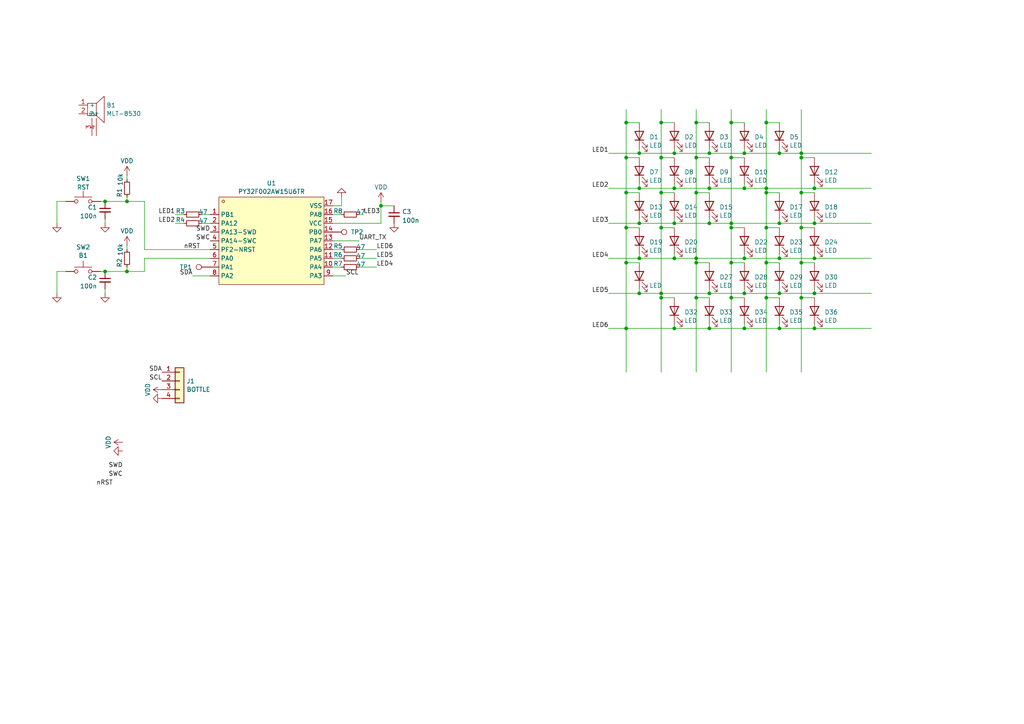
<source format=kicad_sch>
(kicad_sch (version 20231120) (generator "eeschema") (generator_version "8.0")
  (paper "A4")
  (lib_symbols
    (symbol "Connector:TestPoint" (pin_numbers hide) (pin_names (offset 0.762) hide)
      (property "Reference" "TP" (at 0 6.858 0))
      (property "Value" "TestPoint" (at 0 5.08 0))
      (symbol "TestPoint_0_1"
        (circle (center 0 3.302) (radius 0.762))
      )
      (symbol "TestPoint_1_1"
        (pin passive line (at 0 0 90) (length 2.54) (name "1") (number "1"))
      )
    )
    (symbol "Connector_Generic:Conn_01x04" (pin_names (offset 1.016) hide)
      (property "Reference" "J" (at 0 5.08 0))
      (property "Value" "Conn_01x04" (at 0 -7.62 0))
      (symbol "Conn_01x04_1_1"
        (rectangle (start -1.27 -4.953) (end 0 -5.207) (stroke (width 0.1524)))
        (rectangle (start -1.27 -2.413) (end 0 -2.667) (stroke (width 0.1524)))
        (rectangle (start -1.27 0.127) (end 0 -0.127) (stroke (width 0.1524)))
        (rectangle (start -1.27 2.667) (end 0 2.413) (stroke (width 0.1524)))
        (rectangle (start -1.27 3.81) (end 1.27 -6.35) (stroke (width 0.254)) (fill (type background)))
        (pin passive line (at -5.08 2.54 0) (length 3.81) (name "Pin_1") (number "1"))
        (pin passive line (at -5.08 0 0) (length 3.81) (name "Pin_2") (number "2"))
        (pin passive line (at -5.08 -2.54 0) (length 3.81) (name "Pin_3") (number "3"))
        (pin passive line (at -5.08 -5.08 0) (length 3.81) (name "Pin_4") (number "4"))
      )
    )
    (symbol "Device:C_Small" (pin_numbers hide) (pin_names (offset 0.254) hide)
      (property "Reference" "C" (at 0.254 1.778 0))
      (property "Value" "C_Small" (at 0.254 -2.032 0))
      (symbol "C_Small_0_1"
        (polyline (pts (xy -1.524 -0.508) (xy 1.524 -0.508)) (stroke (width 0.3302)))
        (polyline (pts (xy -1.524 0.508) (xy 1.524 0.508)) (stroke (width 0.3048)))
      )
      (symbol "C_Small_1_1"
        (pin passive line (at 0 2.54 270) (length 2.032) (name "~") (number "1"))
        (pin passive line (at 0 -2.54 90) (length 2.032) (name "~") (number "2"))
      )
    )
    (symbol "Device:LED" (pin_numbers hide) (pin_names (offset 1.016) hide)
      (property "Reference" "D" (at 0 2.54 0))
      (property "Value" "LED" (at 0 -2.54 0))
      (symbol "LED_0_1"
        (polyline (pts (xy -1.27 -1.27) (xy -1.27 1.27)) (stroke (width 0.254)))
        (polyline (pts (xy -1.27 0) (xy 1.27 0)))
        (polyline (pts (xy 1.27 -1.27) (xy 1.27 1.27) (xy -1.27 0) (xy 1.27 -1.27)) (stroke (width 0.254)))
        (polyline (pts (xy -3.048 -0.762) (xy -4.572 -2.286) (xy -3.81 -2.286) (xy -4.572 -2.286) (xy -4.572 -1.524)))
        (polyline (pts (xy -1.778 -0.762) (xy -3.302 -2.286) (xy -2.54 -2.286) (xy -3.302 -2.286) (xy -3.302 -1.524)))
      )
      (symbol "LED_1_1"
        (pin passive line (at -3.81 0 0) (length 2.54) (name "K") (number "1"))
        (pin passive line (at 3.81 0 180) (length 2.54) (name "A") (number "2"))
      )
    )
    (symbol "Device:R_Small" (pin_numbers hide) (pin_names (offset 0.254) hide)
      (property "Reference" "R" (at 0.762 0.508 0))
      (property "Value" "R_Small" (at 0.762 -1.016 0))
      (symbol "R_Small_0_1"
        (rectangle (start -0.762 1.778) (end 0.762 -1.778) (stroke (width 0.2032)))
      )
      (symbol "R_Small_1_1"
        (pin passive line (at 0 2.54 270) (length 0.762) (name "~") (number "1"))
        (pin passive line (at 0 -2.54 90) (length 0.762) (name "~") (number "2"))
      )
    )
    (symbol "Switch:SW_Push" (pin_numbers hide) (pin_names (offset 1.016) hide)
      (property "Reference" "SW" (at 1.27 2.54 0))
      (property "Value" "SW_Push" (at 0 -1.524 0))
      (symbol "SW_Push_0_1"
        (circle (center -2.032 0) (radius 0.508))
        (polyline (pts (xy 0 1.27) (xy 0 3.048)))
        (polyline (pts (xy 2.54 1.27) (xy -2.54 1.27)))
        (circle (center 2.032 0) (radius 0.508))
        (pin passive line (at -5.08 0 0) (length 2.54) (name "1") (number "1"))
        (pin passive line (at 5.08 0 180) (length 2.54) (name "2") (number "2"))
      )
    )
    (symbol "easyeda2kicad:MLT-8530"
      (property "Reference" "BUZZER" (at 0 6.35 0))
      (property "Value" "MLT-8530" (at 0 -12.7 0))
      (symbol "MLT-8530_0_1"
        (polyline (pts (xy -1.27 -1.78) (xy 1.27 -1.78)))
        (polyline (pts (xy -1.27 1.78) (xy -1.27 -1.78)))
        (polyline (pts (xy -1.27 1.78) (xy 1.27 1.78)))
        (polyline (pts (xy 1.27 -1.78) (xy 3.56 -3.81)))
        (polyline (pts (xy 1.27 1.78) (xy 1.27 -1.78)))
        (polyline (pts (xy 3.56 3.81) (xy 1.27 1.78)))
        (polyline (pts (xy 3.56 3.81) (xy 3.56 -3.81)))
        (pin unspecified line (at -3.81 1.27 0) (length 2.54) (name "+") (number "1"))
        (pin unspecified line (at -3.81 -1.27 0) (length 2.54) (name "2") (number "2"))
        (pin unspecified line (at 0 -7.62 90) (length 5.08) (name "3") (number "3"))
        (pin unspecified line (at 1.27 -7.62 90) (length 5.08) (name "4") (number "4"))
      )
    )
    (symbol "easyeda2kicad:PY32F002AW15U6TR"
      (property "Reference" "U" (at 0 15.24 0))
      (property "Value" "PY32F002AW15U6TR" (at 0 -15.24 0))
      (symbol "PY32F002AW15U6TR_0_1"
        (rectangle (start -15.24 12.7) (end 15.24 -12.7) (fill (type background)))
        (circle (center -13.97 11.43) (radius 0.38))
        (pin unspecified line (at -17.78 7.62 0) (length 2.54) (name "PB1") (number "1"))
        (pin unspecified line (at 17.78 -7.62 180) (length 2.54) (name "PA4") (number "10"))
        (pin unspecified line (at 17.78 -5.08 180) (length 2.54) (name "PA5") (number "11"))
        (pin unspecified line (at 17.78 -2.54 180) (length 2.54) (name "PA6") (number "12"))
        (pin unspecified line (at 17.78 0 180) (length 2.54) (name "PA7") (number "13"))
        (pin unspecified line (at 17.78 2.54 180) (length 2.54) (name "PB0") (number "14"))
        (pin unspecified line (at 17.78 5.08 180) (length 2.54) (name "VCC") (number "15"))
        (pin unspecified line (at 17.78 7.62 180) (length 2.54) (name "PA8") (number "16"))
        (pin unspecified line (at 17.78 10.16 180) (length 2.54) (name "VSS") (number "17"))
        (pin unspecified line (at -17.78 5.08 0) (length 2.54) (name "PA12") (number "2"))
        (pin unspecified line (at -17.78 2.54 0) (length 2.54) (name "PA13-SWD") (number "3"))
        (pin unspecified line (at -17.78 0 0) (length 2.54) (name "PA14-SWC") (number "4"))
        (pin unspecified line (at -17.78 -2.54 0) (length 2.54) (name "PF2-NRST") (number "5"))
        (pin unspecified line (at -17.78 -5.08 0) (length 2.54) (name "PA0") (number "6"))
        (pin unspecified line (at -17.78 -7.62 0) (length 2.54) (name "PA1") (number "7"))
        (pin unspecified line (at -17.78 -10.16 0) (length 2.54) (name "PA2") (number "8"))
        (pin unspecified line (at 17.78 -10.16 180) (length 2.54) (name "PA3") (number "9"))
      )
    )
    (symbol "power:GND" (power) (pin_names (offset 0))
      (property "Value" "GND" (at 0 -3.81 0))
      (symbol "GND_0_1"
        (polyline (pts (xy 0 0) (xy 0 -1.27) (xy 1.27 -1.27) (xy 0 -2.54) (xy -1.27 -1.27) (xy 0 -1.27)))
      )
      (symbol "GND_1_1"
        (pin power_in line (at 0 0 270) (length 0) hide (name "GND") (number "1"))
      )
    )
    (symbol "power:VDD" (power) (pin_numbers hide) (pin_names (offset 0) hide)
      (property "Value" "VDD" (at 0 3.556 0))
      (symbol "VDD_0_1"
        (polyline (pts (xy -0.762 1.27) (xy 0 2.54)))
        (polyline (pts (xy 0 0) (xy 0 2.54)))
        (polyline (pts (xy 0 2.54) (xy 0.762 1.27)))
      )
      (symbol "VDD_1_1"
        (pin power_in line (at 0 0 90) (length 0) (name "~") (number "1"))
      )
    )
  )
  (junction (at 191.77 45.72))
  (junction (at 205.74 54.61))
  (junction (at 232.41 76.2))
  (junction (at 36.83 78.74))
  (junction (at 232.41 45.72))
  (junction (at 215.9 95.25))
  (junction (at 226.06 44.45))
  (junction (at 236.22 74.93))
  (junction (at 212.09 86.36))
  (junction (at 226.06 64.77))
  (junction (at 222.25 86.36))
  (junction (at 201.93 86.36))
  (junction (at 181.61 95.25))
  (junction (at 226.06 95.25))
  (junction (at 205.74 95.25))
  (junction (at 191.77 85.09))
  (junction (at 110.49 59.69))
  (junction (at 222.25 55.88))
  (junction (at 212.09 66.04))
  (junction (at 222.25 54.61))
  (junction (at 195.58 64.77))
  (junction (at 236.22 64.77))
  (junction (at 232.41 44.45))
  (junction (at 30.48 58.42))
  (junction (at 222.25 76.2))
  (junction (at 181.61 66.04))
  (junction (at 30.48 78.74))
  (junction (at 212.09 64.77))
  (junction (at 226.06 74.93))
  (junction (at 185.42 64.77))
  (junction (at 201.93 35.56))
  (junction (at 181.61 45.72))
  (junction (at 215.9 74.93))
  (junction (at 185.42 74.93))
  (junction (at 201.93 74.93))
  (junction (at 191.77 55.88))
  (junction (at 191.77 66.04))
  (junction (at 222.25 35.56))
  (junction (at 215.9 54.61))
  (junction (at 201.93 76.2))
  (junction (at 191.77 86.36))
  (junction (at 232.41 86.36))
  (junction (at 181.61 76.2))
  (junction (at 195.58 44.45))
  (junction (at 222.25 66.04))
  (junction (at 191.77 35.56))
  (junction (at 205.74 64.77))
  (junction (at 201.93 45.72))
  (junction (at 201.93 55.88))
  (junction (at 226.06 85.09))
  (junction (at 236.22 54.61))
  (junction (at 195.58 74.93))
  (junction (at 205.74 44.45))
  (junction (at 181.61 35.56))
  (junction (at 185.42 44.45))
  (junction (at 212.09 76.2))
  (junction (at 181.61 55.88))
  (junction (at 185.42 54.61))
  (junction (at 232.41 55.88))
  (junction (at 236.22 85.09))
  (junction (at 232.41 66.04))
  (junction (at 195.58 54.61))
  (junction (at 195.58 95.25))
  (junction (at 215.9 85.09))
  (junction (at 212.09 35.56))
  (junction (at 205.74 85.09))
  (junction (at 185.42 85.09))
  (junction (at 215.9 44.45))
  (junction (at 212.09 45.72))
  (junction (at 236.22 95.25))
  (junction (at 36.83 58.42))
  (wire (pts (xy 222.25 66.04) (xy 222.25 55.88)))
  (wire (pts (xy 60.96 74.93) (xy 41.91 74.93)))
  (wire (pts (xy 36.83 71.12) (xy 36.83 72.39)))
  (wire (pts (xy 195.58 93.98) (xy 195.58 95.25)))
  (wire (pts (xy 181.61 55.88) (xy 181.61 66.04)))
  (wire (pts (xy 212.09 64.77) (xy 226.06 64.77)))
  (wire (pts (xy 191.77 86.36) (xy 195.58 86.36)))
  (wire (pts (xy 176.53 44.45) (xy 185.42 44.45)))
  (wire (pts (xy 205.74 83.82) (xy 205.74 85.09)))
  (wire (pts (xy 29.21 78.74) (xy 30.48 78.74)))
  (wire (pts (xy 181.61 76.2) (xy 185.42 76.2)))
  (wire (pts (xy 191.77 55.88) (xy 195.58 55.88)))
  (wire (pts (xy 195.58 64.77) (xy 205.74 64.77)))
  (wire (pts (xy 55.88 80.01) (xy 60.96 80.01)))
  (wire (pts (xy 191.77 66.04) (xy 191.77 85.09)))
  (wire (pts (xy 212.09 45.72) (xy 212.09 64.77)))
  (wire (pts (xy 232.41 55.88) (xy 232.41 45.72)))
  (wire (pts (xy 195.58 43.18) (xy 195.58 44.45)))
  (wire (pts (xy 105.41 62.23) (xy 104.14 62.23)))
  (wire (pts (xy 16.51 78.74) (xy 19.05 78.74)))
  (wire (pts (xy 185.42 44.45) (xy 195.58 44.45)))
  (wire (pts (xy 215.9 95.25) (xy 226.06 95.25)))
  (wire (pts (xy 205.74 44.45) (xy 215.9 44.45)))
  (wire (pts (xy 99.06 74.93) (xy 96.52 74.93)))
  (wire (pts (xy 185.42 73.66) (xy 185.42 74.93)))
  (wire (pts (xy 181.61 35.56) (xy 181.61 31.75)))
  (wire (pts (xy 236.22 53.34) (xy 236.22 54.61)))
  (wire (pts (xy 236.22 64.77) (xy 252.73 64.77)))
  (wire (pts (xy 58.42 62.23) (xy 60.96 62.23)))
  (wire (pts (xy 30.48 85.09) (xy 30.48 83.82)))
  (wire (pts (xy 191.77 45.72) (xy 195.58 45.72)))
  (wire (pts (xy 181.61 66.04) (xy 185.42 66.04)))
  (wire (pts (xy 226.06 64.77) (xy 236.22 64.77)))
  (wire (pts (xy 181.61 45.72) (xy 185.42 45.72)))
  (wire (pts (xy 226.06 74.93) (xy 236.22 74.93)))
  (wire (pts (xy 201.93 35.56) (xy 201.93 31.75)))
  (wire (pts (xy 191.77 66.04) (xy 195.58 66.04)))
  (wire (pts (xy 222.25 35.56) (xy 226.06 35.56)))
  (wire (pts (xy 226.06 44.45) (xy 232.41 44.45)))
  (wire (pts (xy 201.93 55.88) (xy 201.93 45.72)))
  (wire (pts (xy 205.74 63.5) (xy 205.74 64.77)))
  (wire (pts (xy 176.53 74.93) (xy 185.42 74.93)))
  (wire (pts (xy 232.41 86.36) (xy 236.22 86.36)))
  (wire (pts (xy 212.09 76.2) (xy 215.9 76.2)))
  (wire (pts (xy 222.25 35.56) (xy 222.25 54.61)))
  (wire (pts (xy 222.25 55.88) (xy 222.25 54.61)))
  (wire (pts (xy 201.93 55.88) (xy 205.74 55.88)))
  (wire (pts (xy 185.42 63.5) (xy 185.42 64.77)))
  (wire (pts (xy 232.41 45.72) (xy 232.41 44.45)))
  (wire (pts (xy 232.41 76.2) (xy 236.22 76.2)))
  (wire (pts (xy 222.25 35.56) (xy 222.25 31.75)))
  (wire (pts (xy 236.22 83.82) (xy 236.22 85.09)))
  (wire (pts (xy 212.09 66.04) (xy 215.9 66.04)))
  (wire (pts (xy 195.58 73.66) (xy 195.58 74.93)))
  (wire (pts (xy 191.77 55.88) (xy 191.77 45.72)))
  (wire (pts (xy 16.51 58.42) (xy 19.05 58.42)))
  (wire (pts (xy 176.53 54.61) (xy 185.42 54.61)))
  (wire (pts (xy 36.83 57.15) (xy 36.83 58.42)))
  (wire (pts (xy 181.61 95.25) (xy 181.61 107.95)))
  (wire (pts (xy 29.21 58.42) (xy 30.48 58.42)))
  (wire (pts (xy 226.06 43.18) (xy 226.06 44.45)))
  (wire (pts (xy 232.41 55.88) (xy 236.22 55.88)))
  (wire (pts (xy 195.58 54.61) (xy 205.74 54.61)))
  (wire (pts (xy 100.33 80.01) (xy 96.52 80.01)))
  (wire (pts (xy 222.25 107.95) (xy 222.25 86.36)))
  (wire (pts (xy 185.42 54.61) (xy 195.58 54.61)))
  (wire (pts (xy 215.9 74.93) (xy 226.06 74.93)))
  (wire (pts (xy 205.74 85.09) (xy 215.9 85.09)))
  (wire (pts (xy 50.8 64.77) (xy 53.34 64.77)))
  (wire (pts (xy 191.77 35.56) (xy 191.77 31.75)))
  (wire (pts (xy 222.25 86.36) (xy 226.06 86.36)))
  (wire (pts (xy 232.41 66.04) (xy 232.41 55.88)))
  (wire (pts (xy 41.91 74.93) (xy 41.91 78.74)))
  (wire (pts (xy 201.93 76.2) (xy 201.93 74.93)))
  (wire (pts (xy 191.77 45.72) (xy 191.77 35.56)))
  (wire (pts (xy 212.09 45.72) (xy 215.9 45.72)))
  (wire (pts (xy 236.22 85.09) (xy 252.73 85.09)))
  (wire (pts (xy 232.41 76.2) (xy 232.41 66.04)))
  (wire (pts (xy 226.06 63.5) (xy 226.06 64.77)))
  (wire (pts (xy 110.49 59.69) (xy 114.3 59.69)))
  (wire (pts (xy 212.09 35.56) (xy 212.09 31.75)))
  (wire (pts (xy 226.06 85.09) (xy 236.22 85.09)))
  (wire (pts (xy 181.61 35.56) (xy 185.42 35.56)))
  (wire (pts (xy 201.93 86.36) (xy 205.74 86.36)))
  (wire (pts (xy 191.77 107.95) (xy 191.77 86.36)))
  (wire (pts (xy 36.83 50.8) (xy 36.83 52.07)))
  (wire (pts (xy 215.9 83.82) (xy 215.9 85.09)))
  (wire (pts (xy 96.52 69.85) (xy 104.14 69.85)))
  (wire (pts (xy 50.8 62.23) (xy 53.34 62.23)))
  (wire (pts (xy 36.83 77.47) (xy 36.83 78.74)))
  (wire (pts (xy 201.93 45.72) (xy 205.74 45.72)))
  (wire (pts (xy 176.53 64.77) (xy 185.42 64.77)))
  (wire (pts (xy 201.93 86.36) (xy 201.93 76.2)))
  (wire (pts (xy 222.25 55.88) (xy 226.06 55.88)))
  (wire (pts (xy 215.9 85.09) (xy 226.06 85.09)))
  (wire (pts (xy 99.06 57.15) (xy 99.06 59.69)))
  (wire (pts (xy 41.91 78.74) (xy 36.83 78.74)))
  (wire (pts (xy 215.9 44.45) (xy 226.06 44.45)))
  (wire (pts (xy 215.9 73.66) (xy 215.9 74.93)))
  (wire (pts (xy 201.93 74.93) (xy 215.9 74.93)))
  (wire (pts (xy 212.09 45.72) (xy 212.09 35.56)))
  (wire (pts (xy 191.77 86.36) (xy 191.77 85.09)))
  (wire (pts (xy 212.09 76.2) (xy 212.09 66.04)))
  (wire (pts (xy 212.09 66.04) (xy 212.09 64.77)))
  (wire (pts (xy 212.09 107.95) (xy 212.09 86.36)))
  (wire (pts (xy 236.22 73.66) (xy 236.22 74.93)))
  (wire (pts (xy 205.74 93.98) (xy 205.74 95.25)))
  (wire (pts (xy 181.61 66.04) (xy 181.61 76.2)))
  (wire (pts (xy 222.25 66.04) (xy 226.06 66.04)))
  (wire (pts (xy 16.51 85.09) (xy 16.51 78.74)))
  (wire (pts (xy 205.74 54.61) (xy 215.9 54.61)))
  (wire (pts (xy 191.77 66.04) (xy 191.77 55.88)))
  (wire (pts (xy 226.06 95.25) (xy 236.22 95.25)))
  (wire (pts (xy 195.58 44.45) (xy 205.74 44.45)))
  (wire (pts (xy 232.41 31.75) (xy 232.41 44.45)))
  (wire (pts (xy 185.42 64.77) (xy 195.58 64.77)))
  (wire (pts (xy 99.06 72.39) (xy 96.52 72.39)))
  (wire (pts (xy 191.77 35.56) (xy 195.58 35.56)))
  (wire (pts (xy 16.51 64.77) (xy 16.51 58.42)))
  (wire (pts (xy 215.9 54.61) (xy 222.25 54.61)))
  (wire (pts (xy 226.06 93.98) (xy 226.06 95.25)))
  (wire (pts (xy 201.93 45.72) (xy 201.93 35.56)))
  (wire (pts (xy 232.41 86.36) (xy 232.41 76.2)))
  (wire (pts (xy 109.22 77.47) (xy 104.14 77.47)))
  (wire (pts (xy 222.25 86.36) (xy 222.25 76.2)))
  (wire (pts (xy 99.06 59.69) (xy 96.52 59.69)))
  (wire (pts (xy 215.9 53.34) (xy 215.9 54.61)))
  (wire (pts (xy 195.58 53.34) (xy 195.58 54.61)))
  (wire (pts (xy 232.41 45.72) (xy 236.22 45.72)))
  (wire (pts (xy 205.74 43.18) (xy 205.74 44.45)))
  (wire (pts (xy 99.06 62.23) (xy 96.52 62.23)))
  (wire (pts (xy 226.06 73.66) (xy 226.06 74.93)))
  (wire (pts (xy 232.41 44.45) (xy 252.73 44.45)))
  (wire (pts (xy 30.48 64.77) (xy 30.48 63.5)))
  (wire (pts (xy 110.49 64.77) (xy 110.49 59.69)))
  (wire (pts (xy 96.52 64.77) (xy 110.49 64.77)))
  (wire (pts (xy 232.41 107.95) (xy 232.41 86.36)))
  (wire (pts (xy 41.91 72.39) (xy 41.91 58.42)))
  (wire (pts (xy 185.42 53.34) (xy 185.42 54.61)))
  (wire (pts (xy 185.42 85.09) (xy 191.77 85.09)))
  (wire (pts (xy 201.93 107.95) (xy 201.93 86.36)))
  (wire (pts (xy 205.74 95.25) (xy 215.9 95.25)))
  (wire (pts (xy 236.22 54.61) (xy 252.73 54.61)))
  (wire (pts (xy 205.74 53.34) (xy 205.74 54.61)))
  (wire (pts (xy 236.22 74.93) (xy 252.73 74.93)))
  (wire (pts (xy 201.93 55.88) (xy 201.93 74.93)))
  (wire (pts (xy 195.58 95.25) (xy 205.74 95.25)))
  (wire (pts (xy 41.91 58.42) (xy 36.83 58.42)))
  (wire (pts (xy 205.74 64.77) (xy 212.09 64.77)))
  (wire (pts (xy 109.22 72.39) (xy 104.14 72.39)))
  (wire (pts (xy 30.48 58.42) (xy 36.83 58.42)))
  (wire (pts (xy 212.09 86.36) (xy 212.09 76.2)))
  (wire (pts (xy 99.06 77.47) (xy 96.52 77.47)))
  (wire (pts (xy 181.61 35.56) (xy 181.61 45.72)))
  (wire (pts (xy 201.93 76.2) (xy 205.74 76.2)))
  (wire (pts (xy 222.25 76.2) (xy 222.25 66.04)))
  (wire (pts (xy 195.58 63.5) (xy 195.58 64.77)))
  (wire (pts (xy 30.48 78.74) (xy 36.83 78.74)))
  (wire (pts (xy 212.09 35.56) (xy 215.9 35.56)))
  (wire (pts (xy 176.53 85.09) (xy 185.42 85.09)))
  (wire (pts (xy 222.25 54.61) (xy 236.22 54.61)))
  (wire (pts (xy 226.06 83.82) (xy 226.06 85.09)))
  (wire (pts (xy 185.42 43.18) (xy 185.42 44.45)))
  (wire (pts (xy 236.22 93.98) (xy 236.22 95.25)))
  (wire (pts (xy 181.61 55.88) (xy 185.42 55.88)))
  (wire (pts (xy 181.61 95.25) (xy 195.58 95.25)))
  (wire (pts (xy 181.61 45.72) (xy 181.61 55.88)))
  (wire (pts (xy 109.22 74.93) (xy 104.14 74.93)))
  (wire (pts (xy 201.93 35.56) (xy 205.74 35.56)))
  (wire (pts (xy 181.61 76.2) (xy 181.61 95.25)))
  (wire (pts (xy 176.53 95.25) (xy 181.61 95.25)))
  (wire (pts (xy 212.09 86.36) (xy 215.9 86.36)))
  (wire (pts (xy 215.9 43.18) (xy 215.9 44.45)))
  (wire (pts (xy 191.77 85.09) (xy 205.74 85.09)))
  (wire (pts (xy 222.25 76.2) (xy 226.06 76.2)))
  (wire (pts (xy 232.41 66.04) (xy 236.22 66.04)))
  (wire (pts (xy 58.42 64.77) (xy 60.96 64.77)))
  (wire (pts (xy 236.22 95.25) (xy 252.73 95.25)))
  (wire (pts (xy 195.58 74.93) (xy 201.93 74.93)))
  (wire (pts (xy 60.96 72.39) (xy 41.91 72.39)))
  (wire (pts (xy 185.42 74.93) (xy 195.58 74.93)))
  (wire (pts (xy 185.42 83.82) (xy 185.42 85.09)))
  (wire (pts (xy 236.22 63.5) (xy 236.22 64.77)))
  (wire (pts (xy 215.9 93.98) (xy 215.9 95.25)))
  (wire (pts (xy 110.49 59.69) (xy 110.49 58.42)))
  (label "SDA" (at 46.99 107.95 180))
  (label "UART_TX" (at 104.14 69.85 0))
  (label "LED4" (at 109.22 77.47 0))
  (label "SWD" (at 60.96 67.31 180))
  (label "LED4" (at 176.53 74.93 180))
  (label "SCL" (at 100.33 80.01 0))
  (label "nRST" (at 27.94 140.97 0))
  (label "nRST" (at 53.2958 72.39 0))
  (label "LED6" (at 109.22 72.39 0))
  (label "LED2" (at 50.8 64.77 180))
  (label "LED1" (at 50.8 62.23 180))
  (label "LED2" (at 176.53 54.61 180))
  (label "SWC" (at 35.6042 138.43 180))
  (label "SWC" (at 60.96 69.85 180))
  (label "SWD" (at 35.6042 135.89 180))
  (label "LED5" (at 109.22 74.93 0))
  (label "LED6" (at 176.53 95.25 180))
  (label "LED3" (at 105.41 62.23 0))
  (label "LED1" (at 176.53 44.45 180))
  (label "SCL" (at 46.99 110.49 180))
  (label "LED5" (at 176.53 85.09 180))
  (label "LED3" (at 176.53 64.77 180))
  (label "SDA" (at 55.88 80.01 180))
  (symbol (lib_id "Device:LED") (at 226.06 69.85 90) (unit 1)
    (property "Reference" "D23" (at 228.981 70.2253 90) (effects (justify right)))
    (property "Value" "LED" (at 228.981 72.6496 90) (effects (justify right)))
    (property "Footprint" "LED_SMD:LED_0402_1005Metric" (effects (hide yes)))
    (property "Description" "Light emitting diode" (effects (hide yes)))
  )
  (symbol (lib_id "Device:LED") (at 226.06 90.17 90) (unit 1)
    (property "Reference" "D35" (at 228.981 90.5453 90) (effects (justify right)))
    (property "Value" "LED" (at 228.981 92.9696 90) (effects (justify right)))
    (property "Footprint" "LED_SMD:LED_0402_1005Metric" (effects (hide yes)))
    (property "Description" "Light emitting diode" (effects (hide yes)))
  )
  (symbol (lib_id "Device:LED") (at 205.74 59.69 90) (unit 1)
    (property "Reference" "D15" (at 208.661 60.0653 90) (effects (justify right)))
    (property "Value" "LED" (at 208.661 62.4896 90) (effects (justify right)))
    (property "Footprint" "LED_SMD:LED_0402_1005Metric" (effects (hide yes)))
    (property "Description" "Light emitting diode" (effects (hide yes)))
  )
  (symbol (lib_id "Device:LED") (at 195.58 39.37 90) (unit 1)
    (property "Reference" "D2" (at 198.501 39.7453 90) (effects (justify right)))
    (property "Value" "LED" (at 198.501 42.1696 90) (effects (justify right)))
    (property "Footprint" "LED_SMD:LED_0402_1005Metric" (effects (hide yes)))
    (property "Description" "Light emitting diode" (effects (hide yes)))
  )
  (symbol (lib_id "power:VDD") (at 46.99 113.03 90) (unit 1)
    (property "Reference" "#PWR04" (effects (hide yes)))
    (property "Value" "VDD" (at 42.8569 113.03 0))
    (property "Description" "Power symbol creates a global label with name \"VDD\"" (effects (hide yes)))
  )
  (symbol (lib_id "Device:LED") (at 185.42 80.01 90) (unit 1)
    (property "Reference" "D25" (effects (hide yes)))
    (property "Value" "LED" (at 188.341 82.8096 90) (effects (justify right)))
    (property "Footprint" "LED_SMD:LED_0402_1005Metric" (effects (hide yes)))
    (property "Description" "Light emitting diode" (effects (hide yes)))
  )
  (symbol (lib_id "Device:LED") (at 236.22 59.69 90) (unit 1)
    (property "Reference" "D18" (at 239.141 60.0653 90) (effects (justify right)))
    (property "Value" "LED" (at 239.141 62.4896 90) (effects (justify right)))
    (property "Footprint" "LED_SMD:LED_0402_1005Metric" (effects (hide yes)))
    (property "Description" "Light emitting diode" (effects (hide yes)))
  )
  (symbol (lib_id "Device:LED") (at 195.58 90.17 90) (unit 1)
    (property "Reference" "D32" (at 198.501 90.5453 90) (effects (justify right)))
    (property "Value" "LED" (at 198.501 92.9696 90) (effects (justify right)))
    (property "Footprint" "LED_SMD:LED_0402_1005Metric" (effects (hide yes)))
    (property "Description" "Light emitting diode" (effects (hide yes)))
  )
  (symbol (lib_id "power:VDD") (at 36.83 50.8 0) (unit 1)
    (property "Reference" "#PWR08" (effects (hide yes)))
    (property "Value" "VDD" (at 36.83 46.6669 0))
    (property "Description" "Power symbol creates a global label with name \"VDD\"" (effects (hide yes)))
  )
  (symbol (lib_id "power:GND") (at 16.51 85.09 0) (unit 1)
    (property "Reference" "#PWR010" (effects (hide yes)))
    (property "Value" "GND" (effects (hide yes)))
  )
  (symbol (lib_id "Device:LED") (at 215.9 39.37 90) (unit 1)
    (property "Reference" "D4" (at 218.821 39.7453 90) (effects (justify right)))
    (property "Value" "LED" (at 218.821 42.1696 90) (effects (justify right)))
    (property "Footprint" "LED_SMD:LED_0402_1005Metric" (effects (hide yes)))
    (property "Description" "Light emitting diode" (effects (hide yes)))
  )
  (symbol (lib_id "Connector_Generic:Conn_01x04") (at 52.07 110.49 0) (unit 1)
    (property "Reference" "J1" (at 54.102 110.5479 0) (effects (justify left)))
    (property "Value" "BOTTLE" (at 54.102 112.9721 0) (effects (justify left)))
    (property "Footprint" "Connector_PinHeader_2.54mm:PinHeader_1x04_P2.54mm_Vertical" (effects (hide yes)))
  )
  (symbol (lib_id "power:GND") (at 99.06 57.15 0) (mirror x) (unit 1)
    (property "Reference" "#PWR01" (effects (hide yes)))
    (property "Value" "GND" (effects (hide yes)))
  )
  (symbol (lib_id "Device:R_Small") (at 36.83 74.93 180) (unit 1)
    (property "Reference" "R2" (at 34.6669 76.2 90))
    (property "Value" "10k" (at 34.902 72.39 90))
    (property "Footprint" "Resistor_SMD:R_0402_1005Metric" (effects (hide yes)))
    (property "LCSC" "C25744" (effects (hide yes)))
  )
  (symbol (lib_id "Device:LED") (at 226.06 59.69 90) (unit 1)
    (property "Reference" "D17" (at 228.981 60.0653 90) (effects (justify right)))
    (property "Value" "LED" (at 228.981 62.4896 90) (effects (justify right)))
    (property "Footprint" "LED_SMD:LED_0402_1005Metric" (effects (hide yes)))
    (property "Description" "Light emitting diode" (effects (hide yes)))
  )
  (symbol (lib_id "Device:LED") (at 195.58 69.85 90) (unit 1)
    (property "Reference" "D20" (at 198.501 70.2253 90) (effects (justify right)))
    (property "Value" "LED" (at 198.501 72.6496 90) (effects (justify right)))
    (property "Footprint" "LED_SMD:LED_0402_1005Metric" (effects (hide yes)))
    (property "Description" "Light emitting diode" (effects (hide yes)))
  )
  (symbol (lib_id "easyeda2kicad:PY32F002AW15U6TR") (at 78.74 69.85 0) (unit 1)
    (property "Reference" "U1" (at 78.74 53.1325 0))
    (property "Value" "PY32F002AW15U6TR" (at 78.74 55.5568 0))
    (property "Footprint" "easyeda2kicad:TQFN-16_L3.0-W3.0-P0.50-BL-EP1.7" (effects (hide yes)))
    (property "LCSC Part" "C5291740" (effects (hide yes)))
  )
  (symbol (lib_id "Device:LED") (at 215.9 80.01 90) (unit 1)
    (property "Reference" "D28" (at 218.821 80.3853 90) (effects (justify right)))
    (property "Value" "LED" (at 218.821 82.8096 90) (effects (justify right)))
    (property "Footprint" "LED_SMD:LED_0402_1005Metric" (effects (hide yes)))
    (property "Description" "Light emitting diode" (effects (hide yes)))
  )
  (symbol (lib_id "Device:LED") (at 236.22 69.85 90) (unit 1)
    (property "Reference" "D24" (at 239.141 70.2253 90) (effects (justify right)))
    (property "Value" "LED" (at 239.141 72.6496 90) (effects (justify right)))
    (property "Footprint" "LED_SMD:LED_0402_1005Metric" (effects (hide yes)))
    (property "Description" "Light emitting diode" (effects (hide yes)))
  )
  (symbol (lib_id "Device:C_Small") (at 114.3 62.23 0) (unit 1)
    (property "Reference" "C3" (at 116.6241 61.4016 0) (effects (justify left)))
    (property "Value" "100n" (at 116.6241 63.9385 0) (effects (justify left)))
    (property "Footprint" "Capacitor_SMD:C_0402_1005Metric" (effects (hide yes)))
    (property "LCSC" "C307331" (effects (hide yes)))
  )
  (symbol (lib_id "power:VDD") (at 35.56 128.27 90) (unit 1)
    (property "Reference" "#PWR012" (effects (hide yes)))
    (property "Value" "VDD" (at 31.4269 128.27 0))
    (property "Description" "Power symbol creates a global label with name \"VDD\"" (effects (hide yes)))
  )
  (symbol (lib_id "Device:LED") (at 185.42 69.85 90) (unit 1)
    (property "Reference" "D19" (at 188.341 70.2253 90) (effects (justify right)))
    (property "Value" "LED" (at 188.341 72.6496 90) (effects (justify right)))
    (property "Footprint" "LED_SMD:LED_0402_1005Metric" (effects (hide yes)))
    (property "Description" "Light emitting diode" (effects (hide yes)))
  )
  (symbol (lib_id "Device:R_Small") (at 36.83 54.61 180) (unit 1)
    (property "Reference" "R1" (at 34.6669 55.88 90))
    (property "Value" "10k" (at 34.902 52.07 90))
    (property "Footprint" "Resistor_SMD:R_0402_1005Metric" (effects (hide yes)))
    (property "LCSC" "C25744" (effects (hide yes)))
  )
  (symbol (lib_id "Device:R_Small") (at 55.88 64.77 90) (unit 1)
    (property "Reference" "R4" (at 52.324 63.754 90))
    (property "Value" "47" (at 58.928 64.008 90))
    (property "Footprint" "Resistor_SMD:R_0402_1005Metric" (effects (hide yes)))
    (property "LCSC" "C25744" (effects (hide yes)))
  )
  (symbol (lib_id "power:VDD") (at 36.83 71.12 0) (unit 1)
    (property "Reference" "#PWR06" (effects (hide yes)))
    (property "Value" "VDD" (at 36.83 66.9869 0))
    (property "Description" "Power symbol creates a global label with name \"VDD\"" (effects (hide yes)))
  )
  (symbol (lib_id "Device:R_Small") (at 101.6 62.23 90) (unit 1)
    (property "Reference" "R8" (at 98.044 61.214 90))
    (property "Value" "47" (at 104.648 61.468 90))
    (property "Footprint" "Resistor_SMD:R_0402_1005Metric" (effects (hide yes)))
    (property "LCSC" "C25744" (effects (hide yes)))
  )
  (symbol (lib_id "easyeda2kicad:MLT-8530") (at 26.67 31.75 0) (unit 1)
    (property "Reference" "B1" (at 30.865 30.5378 0) (effects (justify left)))
    (property "Value" "MLT-8530" (at 30.865 32.9621 0) (effects (justify left)))
    (property "Footprint" "easyeda2kicad:BUZ-SMD_4P-L8.5-W8.5-P8.50-BR" (effects (hide yes)))
    (property "Datasheet" "https://lcsc.com/product-detail/Buzzers_MLT-8530_C94599.html" (effects (hide yes)))
  )
  (symbol (lib_id "power:GND") (at 35.56 130.81 270) (mirror x) (unit 1)
    (property "Reference" "#PWR013" (effects (hide yes)))
    (property "Value" "GND" (effects (hide yes)))
  )
  (symbol (lib_id "Device:LED") (at 185.42 49.53 90) (unit 1)
    (property "Reference" "D7" (at 188.341 49.9053 90) (effects (justify right)))
    (property "Value" "LED" (at 188.341 52.3296 90) (effects (justify right)))
    (property "Footprint" "LED_SMD:LED_0402_1005Metric" (effects (hide yes)))
    (property "Description" "Light emitting diode" (effects (hide yes)))
  )
  (symbol (lib_id "Device:R_Small") (at 55.88 62.23 90) (unit 1)
    (property "Reference" "R3" (at 52.324 61.214 90))
    (property "Value" "47" (at 58.928 61.468 90))
    (property "Footprint" "Resistor_SMD:R_0402_1005Metric" (effects (hide yes)))
    (property "LCSC" "C25744" (effects (hide yes)))
  )
  (symbol (lib_id "Device:LED") (at 185.42 39.37 90) (unit 1)
    (property "Reference" "D1" (at 188.341 39.7453 90) (effects (justify right)))
    (property "Value" "LED" (at 188.341 42.1696 90) (effects (justify right)))
    (property "Footprint" "LED_SMD:LED_0402_1005Metric" (effects (hide yes)))
    (property "Description" "Light emitting diode" (effects (hide yes)))
  )
  (symbol (lib_id "Device:LED") (at 205.74 80.01 90) (unit 1)
    (property "Reference" "D27" (at 208.661 80.3853 90) (effects (justify right)))
    (property "Value" "LED" (at 208.661 82.8096 90) (effects (justify right)))
    (property "Footprint" "LED_SMD:LED_0402_1005Metric" (effects (hide yes)))
    (property "Description" "Light emitting diode" (effects (hide yes)))
  )
  (symbol (lib_id "Device:LED") (at 185.42 59.69 90) (unit 1)
    (property "Reference" "D13" (at 188.341 60.0653 90) (effects (justify right)))
    (property "Value" "LED" (at 188.341 62.4896 90) (effects (justify right)))
    (property "Footprint" "LED_SMD:LED_0402_1005Metric" (effects (hide yes)))
    (property "Description" "Light emitting diode" (effects (hide yes)))
  )
  (symbol (lib_id "Device:R_Small") (at 101.6 74.93 90) (unit 1)
    (property "Reference" "R6" (at 98.044 73.914 90))
    (property "Value" "47" (at 104.648 74.168 90))
    (property "Footprint" "Resistor_SMD:R_0402_1005Metric" (effects (hide yes)))
    (property "LCSC" "C25744" (effects (hide yes)))
  )
  (symbol (lib_id "Device:LED") (at 205.74 49.53 90) (unit 1)
    (property "Reference" "D9" (at 208.661 49.9053 90) (effects (justify right)))
    (property "Value" "LED" (at 208.661 52.3296 90) (effects (justify right)))
    (property "Footprint" "LED_SMD:LED_0402_1005Metric" (effects (hide yes)))
    (property "Description" "Light emitting diode" (effects (hide yes)))
  )
  (symbol (lib_id "Device:LED") (at 215.9 69.85 90) (unit 1)
    (property "Reference" "D22" (at 218.821 70.2253 90) (effects (justify right)))
    (property "Value" "LED" (at 218.821 72.6496 90) (effects (justify right)))
    (property "Footprint" "LED_SMD:LED_0402_1005Metric" (effects (hide yes)))
    (property "Description" "Light emitting diode" (effects (hide yes)))
  )
  (symbol (lib_id "power:GND") (at 30.48 85.09 0) (unit 1)
    (property "Reference" "#PWR011" (effects (hide yes)))
    (property "Value" "GND" (effects (hide yes)))
  )
  (symbol (lib_id "Device:LED") (at 205.74 39.37 90) (unit 1)
    (property "Reference" "D3" (at 208.661 39.7453 90) (effects (justify right)))
    (property "Value" "LED" (at 208.661 42.1696 90) (effects (justify right)))
    (property "Footprint" "LED_SMD:LED_0402_1005Metric" (effects (hide yes)))
    (property "Description" "Light emitting diode" (effects (hide yes)))
  )
  (symbol (lib_id "Device:R_Small") (at 101.6 77.47 90) (unit 1)
    (property "Reference" "R7" (at 98.044 76.454 90))
    (property "Value" "47" (at 104.648 76.708 90))
    (property "Footprint" "Resistor_SMD:R_0402_1005Metric" (effects (hide yes)))
    (property "LCSC" "C25744" (effects (hide yes)))
  )
  (symbol (lib_id "Device:LED") (at 215.9 90.17 90) (unit 1)
    (property "Reference" "D34" (at 218.821 90.5453 90) (effects (justify right)))
    (property "Value" "LED" (at 218.821 92.9696 90) (effects (justify right)))
    (property "Footprint" "LED_SMD:LED_0402_1005Metric" (effects (hide yes)))
    (property "Description" "Light emitting diode" (effects (hide yes)))
  )
  (symbol (lib_id "Device:LED") (at 205.74 90.17 90) (unit 1)
    (property "Reference" "D33" (at 208.661 90.5453 90) (effects (justify right)))
    (property "Value" "LED" (at 208.661 92.9696 90) (effects (justify right)))
    (property "Footprint" "LED_SMD:LED_0402_1005Metric" (effects (hide yes)))
    (property "Description" "Light emitting diode" (effects (hide yes)))
  )
  (symbol (lib_id "power:VDD") (at 110.49 58.42 0) (unit 1)
    (property "Reference" "#PWR02" (effects (hide yes)))
    (property "Value" "VDD" (at 110.49 54.2869 0))
    (property "Description" "Power symbol creates a global label with name \"VDD\"" (effects (hide yes)))
  )
  (symbol (lib_id "Device:LED") (at 226.06 39.37 90) (unit 1)
    (property "Reference" "D5" (at 228.981 39.7453 90) (effects (justify right)))
    (property "Value" "LED" (at 228.981 42.1696 90) (effects (justify right)))
    (property "Footprint" "LED_SMD:LED_0402_1005Metric" (effects (hide yes)))
    (property "Description" "Light emitting diode" (effects (hide yes)))
  )
  (symbol (lib_id "power:GND") (at 16.51 64.77 0) (unit 1)
    (property "Reference" "#PWR09" (effects (hide yes)))
    (property "Value" "GND" (effects (hide yes)))
  )
  (symbol (lib_id "Device:C_Small") (at 30.48 60.96 0) (mirror y) (unit 1)
    (property "Reference" "C1" (at 28.1559 60.1316 0) (effects (justify left)))
    (property "Value" "100n" (at 28.1559 62.6685 0) (effects (justify left)))
    (property "Footprint" "Capacitor_SMD:C_0402_1005Metric" (effects (hide yes)))
    (property "LCSC" "C307331" (effects (hide yes)))
  )
  (symbol (lib_id "Device:LED") (at 236.22 49.53 90) (unit 1)
    (property "Reference" "D12" (at 239.141 49.9053 90) (effects (justify right)))
    (property "Value" "LED" (at 239.141 52.3296 90) (effects (justify right)))
    (property "Footprint" "LED_SMD:LED_0402_1005Metric" (effects (hide yes)))
    (property "Description" "Light emitting diode" (effects (hide yes)))
  )
  (symbol (lib_id "Switch:SW_Push") (at 24.13 58.42 0) (unit 1)
    (property "Reference" "SW1" (at 24.13 51.7992 0))
    (property "Value" "RST" (at 24.13 54.3361 0))
    (property "Footprint" "Button_Switch_SMD:SW_SPST_FSMSM" (effects (hide yes)))
    (property "LCSC" "DNP" (effects (hide yes)))
  )
  (symbol (lib_id "power:GND") (at 30.48 64.77 0) (unit 1)
    (property "Reference" "#PWR05" (effects (hide yes)))
    (property "Value" "GND" (effects (hide yes)))
  )
  (symbol (lib_id "Device:R_Small") (at 101.6 72.39 90) (unit 1)
    (property "Reference" "R5" (at 98.044 71.374 90))
    (property "Value" "47" (at 104.648 71.628 90))
    (property "Footprint" "Resistor_SMD:R_0402_1005Metric" (effects (hide yes)))
    (property "LCSC" "C25744" (effects (hide yes)))
  )
  (symbol (lib_id "Connector:TestPoint") (at 96.52 67.31 270) (unit 1)
    (property "Reference" "TP2" (at 105.41 67.31 90) (effects (justify right)))
    (property "Value" "IOPAD" (effects (hide yes)))
    (property "Footprint" "TestPoint:TestPoint_Pad_D1.0mm" (effects (hide yes)))
    (property "LCSC" "DNP" (effects (hide yes)))
  )
  (symbol (lib_id "power:GND") (at 46.99 115.57 270) (mirror x) (unit 1)
    (property "Reference" "#PWR03" (effects (hide yes)))
    (property "Value" "GND" (effects (hide yes)))
  )
  (symbol (lib_id "Device:LED") (at 226.06 80.01 90) (unit 1)
    (property "Reference" "D29" (at 228.981 80.3853 90) (effects (justify right)))
    (property "Value" "LED" (at 228.981 82.8096 90) (effects (justify right)))
    (property "Footprint" "LED_SMD:LED_0402_1005Metric" (effects (hide yes)))
    (property "Description" "Light emitting diode" (effects (hide yes)))
  )
  (symbol (lib_id "Device:LED") (at 195.58 49.53 90) (unit 1)
    (property "Reference" "D8" (at 198.501 49.9053 90) (effects (justify right)))
    (property "Value" "LED" (at 198.501 52.3296 90) (effects (justify right)))
    (property "Footprint" "LED_SMD:LED_0402_1005Metric" (effects (hide yes)))
    (property "Description" "Light emitting diode" (effects (hide yes)))
  )
  (symbol (lib_id "Device:LED") (at 236.22 90.17 90) (unit 1)
    (property "Reference" "D36" (at 239.141 90.5453 90) (effects (justify right)))
    (property "Value" "LED" (at 239.141 92.9696 90) (effects (justify right)))
    (property "Footprint" "LED_SMD:LED_0402_1005Metric" (effects (hide yes)))
    (property "Description" "Light emitting diode" (effects (hide yes)))
  )
  (symbol (lib_id "Device:LED") (at 195.58 59.69 90) (unit 1)
    (property "Reference" "D14" (at 198.501 60.0653 90) (effects (justify right)))
    (property "Value" "LED" (at 198.501 62.4896 90) (effects (justify right)))
    (property "Footprint" "LED_SMD:LED_0402_1005Metric" (effects (hide yes)))
    (property "Description" "Light emitting diode" (effects (hide yes)))
  )
  (symbol (lib_id "Device:C_Small") (at 30.48 81.28 0) (mirror y) (unit 1)
    (property "Reference" "C2" (at 28.1559 80.4516 0) (effects (justify left)))
    (property "Value" "100n" (at 28.1559 82.9885 0) (effects (justify left)))
    (property "Footprint" "Capacitor_SMD:C_0402_1005Metric" (effects (hide yes)))
    (property "LCSC" "C307331" (effects (hide yes)))
  )
  (symbol (lib_id "Device:LED") (at 215.9 49.53 90) (unit 1)
    (property "Reference" "D10" (at 218.821 49.9053 90) (effects (justify right)))
    (property "Value" "LED" (at 218.821 52.3296 90) (effects (justify right)))
    (property "Footprint" "LED_SMD:LED_0402_1005Metric" (effects (hide yes)))
    (property "Description" "Light emitting diode" (effects (hide yes)))
  )
  (symbol (lib_id "Connector:TestPoint") (at 60.96 77.47 90) (unit 1)
    (property "Reference" "TP1" (at 52.07 77.47 90) (effects (justify right)))
    (property "Value" "IOPAD" (effects (hide yes)))
    (property "Footprint" "TestPoint:TestPoint_Pad_D1.0mm" (effects (hide yes)))
    (property "LCSC" "DNP" (effects (hide yes)))
  )
  (symbol (lib_id "Device:LED") (at 236.22 80.01 90) (unit 1)
    (property "Reference" "D30" (at 239.141 80.3853 90) (effects (justify right)))
    (property "Value" "LED" (at 239.141 82.8096 90) (effects (justify right)))
    (property "Footprint" "LED_SMD:LED_0402_1005Metric" (effects (hide yes)))
    (property "Description" "Light emitting diode" (effects (hide yes)))
  )
  (symbol (lib_id "power:GND") (at 114.3 64.77 0) (mirror y) (unit 1)
    (property "Reference" "#PWR07" (effects (hide yes)))
    (property "Value" "GND" (effects (hide yes)))
  )
  (symbol (lib_id "Switch:SW_Push") (at 24.13 78.74 0) (unit 1)
    (property "Reference" "SW2" (at 24.13 71.6745 0))
    (property "Value" "B1" (at 24.13 74.0988 0))
    (property "Footprint" "Button_Switch_SMD:SW_SPST_FSMSM" (effects (hide yes)))
    (property "LCSC" "DNP" (effects (hide yes)))
  )
)
</source>
